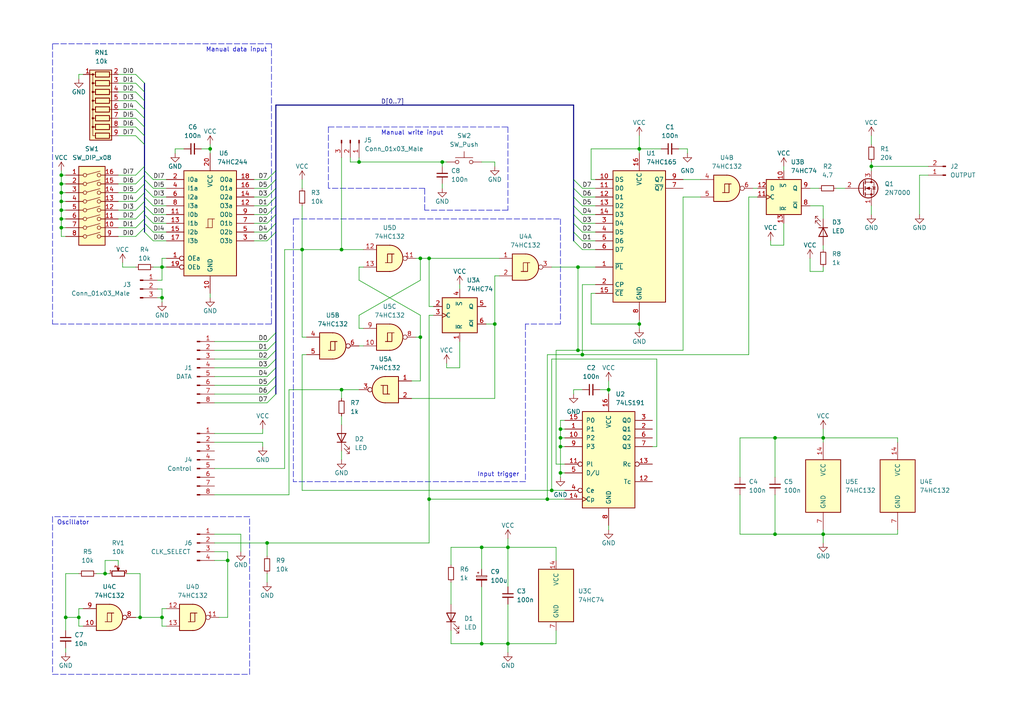
<source format=kicad_sch>
(kicad_sch (version 20211123) (generator eeschema)
  (paper "A4")
  (lib_symbols
    (symbol "74xx:74LS00" (pin_names (offset 1.016))
      (property "Reference" "U" (at 0 1.27 0))
      (property "Value" "74LS00" (at 0 -1.27 0))
      (symbol "74LS00_1_1"
        (pin input line (at -7.62 2.54 0) (length 3.81) (name "~") (number "1"))
        (pin input line (at -7.62 -2.54 0) (length 3.81) (name "~") (number "2"))
        (pin output inverted (at 7.62 0 180) (length 3.81) (name "~") (number "3"))
      )
      (symbol "74LS00_1_2"
        (pin input inverted (at -7.62 2.54 0) (length 4.318) (name "~") (number "1"))
        (pin input inverted (at -7.62 -2.54 0) (length 4.318) (name "~") (number "2"))
        (pin output line (at 7.62 0 180) (length 3.81) (name "~") (number "3"))
      )
      (symbol "74LS00_2_1"
        (pin input line (at -7.62 2.54 0) (length 3.81) (name "~") (number "4"))
        (pin input line (at -7.62 -2.54 0) (length 3.81) (name "~") (number "5"))
        (pin output inverted (at 7.62 0 180) (length 3.81) (name "~") (number "6"))
      )
      (symbol "74LS00_2_2"
        (pin input inverted (at -7.62 2.54 0) (length 4.318) (name "~") (number "4"))
        (pin input inverted (at -7.62 -2.54 0) (length 4.318) (name "~") (number "5"))
        (pin output line (at 7.62 0 180) (length 3.81) (name "~") (number "6"))
      )
      (symbol "74LS00_3_1"
        (pin input line (at -7.62 -2.54 0) (length 3.81) (name "~") (number "10"))
        (pin output inverted (at 7.62 0 180) (length 3.81) (name "~") (number "8"))
        (pin input line (at -7.62 2.54 0) (length 3.81) (name "~") (number "9"))
      )
      (symbol "74LS00_3_2"
        (pin input inverted (at -7.62 -2.54 0) (length 4.318) (name "~") (number "10"))
        (pin output line (at 7.62 0 180) (length 3.81) (name "~") (number "8"))
        (pin input inverted (at -7.62 2.54 0) (length 4.318) (name "~") (number "9"))
      )
      (symbol "74LS00_4_1"
        (pin output inverted (at 7.62 0 180) (length 3.81) (name "~") (number "11"))
        (pin input line (at -7.62 2.54 0) (length 3.81) (name "~") (number "12"))
        (pin input line (at -7.62 -2.54 0) (length 3.81) (name "~") (number "13"))
      )
      (symbol "74LS00_4_2"
        (pin output line (at 7.62 0 180) (length 3.81) (name "~") (number "11"))
        (pin input inverted (at -7.62 2.54 0) (length 4.318) (name "~") (number "12"))
        (pin input inverted (at -7.62 -2.54 0) (length 4.318) (name "~") (number "13"))
      )
      (symbol "74LS00_5_0"
        (pin power_in line (at 0 12.7 270) (length 5.08) (name "VCC") (number "14"))
        (pin power_in line (at 0 -12.7 90) (length 5.08) (name "GND") (number "7"))
      )
    )
    (symbol "74xx:74LS132" (pin_names (offset 1.016))
      (property "Reference" "U" (at 0 1.27 0))
      (property "Value" "74LS132" (at 0 -1.27 0))
      (symbol "74LS132_1_1"
        (pin input line (at -7.62 2.54 0) (length 3.81) (name "~") (number "1"))
        (pin input line (at -7.62 -2.54 0) (length 3.81) (name "~") (number "2"))
        (pin output inverted (at 7.62 0 180) (length 3.81) (name "~") (number "3"))
      )
      (symbol "74LS132_1_2"
        (pin input inverted (at -7.62 2.54 0) (length 4.318) (name "~") (number "1"))
        (pin input inverted (at -7.62 -2.54 0) (length 4.318) (name "~") (number "2"))
        (pin output line (at 7.62 0 180) (length 3.81) (name "~") (number "3"))
      )
      (symbol "74LS132_2_1"
        (pin input line (at -7.62 2.54 0) (length 3.81) (name "~") (number "4"))
        (pin input line (at -7.62 -2.54 0) (length 3.81) (name "~") (number "5"))
        (pin output inverted (at 7.62 0 180) (length 3.81) (name "~") (number "6"))
      )
      (symbol "74LS132_2_2"
        (pin input inverted (at -7.62 2.54 0) (length 4.318) (name "~") (number "4"))
        (pin input inverted (at -7.62 -2.54 0) (length 4.318) (name "~") (number "5"))
        (pin output line (at 7.62 0 180) (length 3.81) (name "~") (number "6"))
      )
      (symbol "74LS132_3_1"
        (pin input line (at -7.62 -2.54 0) (length 3.81) (name "~") (number "10"))
        (pin output inverted (at 7.62 0 180) (length 3.81) (name "~") (number "8"))
        (pin input line (at -7.62 2.54 0) (length 3.81) (name "~") (number "9"))
      )
      (symbol "74LS132_3_2"
        (pin input inverted (at -7.62 -2.54 0) (length 4.318) (name "~") (number "10"))
        (pin output line (at 7.62 0 180) (length 3.81) (name "~") (number "8"))
        (pin input inverted (at -7.62 2.54 0) (length 4.318) (name "~") (number "9"))
      )
      (symbol "74LS132_4_1"
        (pin output inverted (at 7.62 0 180) (length 3.81) (name "~") (number "11"))
        (pin input line (at -7.62 2.54 0) (length 3.81) (name "~") (number "12"))
        (pin input line (at -7.62 -2.54 0) (length 3.81) (name "~") (number "13"))
      )
      (symbol "74LS132_4_2"
        (pin output line (at 7.62 0 180) (length 3.81) (name "~") (number "11"))
        (pin input inverted (at -7.62 2.54 0) (length 4.318) (name "~") (number "12"))
        (pin input inverted (at -7.62 -2.54 0) (length 4.318) (name "~") (number "13"))
      )
      (symbol "74LS132_5_0"
        (pin power_in line (at 0 12.7 270) (length 5.08) (name "VCC") (number "14"))
        (pin power_in line (at 0 -12.7 90) (length 5.08) (name "GND") (number "7"))
      )
    )
    (symbol "74xx:74LS165"
      (property "Reference" "U" (at -7.62 19.05 0))
      (property "Value" "74LS165" (at -7.62 -21.59 0))
      (symbol "74LS165_1_0"
        (pin input line (at -12.7 -10.16 0) (length 5.08) (name "~{PL}") (number "1"))
        (pin input line (at -12.7 15.24 0) (length 5.08) (name "DS") (number "10"))
        (pin input line (at -12.7 12.7 0) (length 5.08) (name "D0") (number "11"))
        (pin input line (at -12.7 10.16 0) (length 5.08) (name "D1") (number "12"))
        (pin input line (at -12.7 7.62 0) (length 5.08) (name "D2") (number "13"))
        (pin input line (at -12.7 5.08 0) (length 5.08) (name "D3") (number "14"))
        (pin input line (at -12.7 -17.78 0) (length 5.08) (name "~{CE}") (number "15"))
        (pin power_in line (at 0 22.86 270) (length 5.08) (name "VCC") (number "16"))
        (pin input line (at -12.7 -15.24 0) (length 5.08) (name "CP") (number "2"))
        (pin input line (at -12.7 2.54 0) (length 5.08) (name "D4") (number "3"))
        (pin input line (at -12.7 0 0) (length 5.08) (name "D5") (number "4"))
        (pin input line (at -12.7 -2.54 0) (length 5.08) (name "D6") (number "5"))
        (pin input line (at -12.7 -5.08 0) (length 5.08) (name "D7") (number "6"))
        (pin output line (at 12.7 12.7 180) (length 5.08) (name "~{Q7}") (number "7"))
        (pin power_in line (at 0 -25.4 90) (length 5.08) (name "GND") (number "8"))
        (pin output line (at 12.7 15.24 180) (length 5.08) (name "Q7") (number "9"))
      )
    )
    (symbol "74xx:74LS191" (pin_names (offset 1.016))
      (property "Reference" "U" (at -7.62 13.97 0))
      (property "Value" "74LS191" (at -7.62 -16.51 0))
      (symbol "74LS191_1_0"
        (pin input line (at -12.7 7.62 0) (length 5.08) (name "P1") (number "1"))
        (pin input line (at -12.7 5.08 0) (length 5.08) (name "P2") (number "10"))
        (pin input inverted (at -12.7 -2.54 0) (length 5.08) (name "Pl") (number "11"))
        (pin output line (at 12.7 -7.62 180) (length 5.08) (name "Tc") (number "12"))
        (pin output inverted (at 12.7 -2.54 180) (length 5.08) (name "Rc") (number "13"))
        (pin input clock (at -12.7 -12.7 0) (length 5.08) (name "Cp") (number "14"))
        (pin input line (at -12.7 10.16 0) (length 5.08) (name "P0") (number "15"))
        (pin power_in line (at 0 17.78 270) (length 5.08) (name "VCC") (number "16"))
        (pin output line (at 12.7 7.62 180) (length 5.08) (name "Q1") (number "2"))
        (pin output line (at 12.7 10.16 180) (length 5.08) (name "Q0") (number "3"))
        (pin input inverted (at -12.7 -10.16 0) (length 5.08) (name "Ce") (number "4"))
        (pin input line (at -12.7 -5.08 0) (length 5.08) (name "D/U") (number "5"))
        (pin output line (at 12.7 5.08 180) (length 5.08) (name "Q2") (number "6"))
        (pin output line (at 12.7 2.54 180) (length 5.08) (name "Q3") (number "7"))
        (pin power_in line (at 0 -20.32 90) (length 5.08) (name "GND") (number "8"))
        (pin input line (at -12.7 2.54 0) (length 5.08) (name "P3") (number "9"))
      )
    )
    (symbol "74xx:74LS244" (pin_names (offset 1.016))
      (property "Reference" "U" (at -7.62 16.51 0))
      (property "Value" "74LS244" (at -7.62 -16.51 0))
      (symbol "74LS244_1_0"
        (pin input inverted (at -12.7 -10.16 0) (length 5.08) (name "OEa") (number "1"))
        (pin power_in line (at 0 -20.32 90) (length 5.08) (name "GND") (number "10"))
        (pin input line (at -12.7 2.54 0) (length 5.08) (name "I0b") (number "11"))
        (pin tri_state line (at 12.7 5.08 180) (length 5.08) (name "O3a") (number "12"))
        (pin input line (at -12.7 0 0) (length 5.08) (name "I1b") (number "13"))
        (pin tri_state line (at 12.7 7.62 180) (length 5.08) (name "O2a") (number "14"))
        (pin input line (at -12.7 -2.54 0) (length 5.08) (name "I2b") (number "15"))
        (pin tri_state line (at 12.7 10.16 180) (length 5.08) (name "O1a") (number "16"))
        (pin input line (at -12.7 -5.08 0) (length 5.08) (name "I3b") (number "17"))
        (pin tri_state line (at 12.7 12.7 180) (length 5.08) (name "O0a") (number "18"))
        (pin input inverted (at -12.7 -12.7 0) (length 5.08) (name "OEb") (number "19"))
        (pin input line (at -12.7 12.7 0) (length 5.08) (name "I0a") (number "2"))
        (pin power_in line (at 0 20.32 270) (length 5.08) (name "VCC") (number "20"))
        (pin tri_state line (at 12.7 -5.08 180) (length 5.08) (name "O3b") (number "3"))
        (pin input line (at -12.7 10.16 0) (length 5.08) (name "I1a") (number "4"))
        (pin tri_state line (at 12.7 -2.54 180) (length 5.08) (name "O2b") (number "5"))
        (pin input line (at -12.7 7.62 0) (length 5.08) (name "I2a") (number "6"))
        (pin tri_state line (at 12.7 0 180) (length 5.08) (name "O1b") (number "7"))
        (pin input line (at -12.7 5.08 0) (length 5.08) (name "I3a") (number "8"))
        (pin tri_state line (at 12.7 2.54 180) (length 5.08) (name "O0b") (number "9"))
      )
    )
    (symbol "74xx:74LS74" (pin_names (offset 1.016))
      (property "Reference" "U" (at -7.62 8.89 0))
      (property "Value" "74LS74" (at -7.62 -8.89 0))
      (symbol "74LS74_1_0"
        (pin input line (at 0 -7.62 90) (length 2.54) (name "~{R}") (number "1"))
        (pin input line (at -7.62 2.54 0) (length 2.54) (name "D") (number "2"))
        (pin input clock (at -7.62 0 0) (length 2.54) (name "C") (number "3"))
        (pin input line (at 0 7.62 270) (length 2.54) (name "~{S}") (number "4"))
        (pin output line (at 7.62 2.54 180) (length 2.54) (name "Q") (number "5"))
        (pin output line (at 7.62 -2.54 180) (length 2.54) (name "~{Q}") (number "6"))
      )
      (symbol "74LS74_2_0"
        (pin input line (at 0 7.62 270) (length 2.54) (name "~{S}") (number "10"))
        (pin input clock (at -7.62 0 0) (length 2.54) (name "C") (number "11"))
        (pin input line (at -7.62 2.54 0) (length 2.54) (name "D") (number "12"))
        (pin input line (at 0 -7.62 90) (length 2.54) (name "~{R}") (number "13"))
        (pin output line (at 7.62 -2.54 180) (length 2.54) (name "~{Q}") (number "8"))
        (pin output line (at 7.62 2.54 180) (length 2.54) (name "Q") (number "9"))
      )
      (symbol "74LS74_3_0"
        (pin power_in line (at 0 10.16 270) (length 2.54) (name "VCC") (number "14"))
        (pin power_in line (at 0 -10.16 90) (length 2.54) (name "GND") (number "7"))
      )
    )
    (symbol "Connector:Conn_01x02_Male" (pin_names (offset 1.016) hide)
      (property "Reference" "J" (at 0 2.54 0))
      (property "Value" "Conn_01x02_Male" (at 0 -5.08 0))
      (symbol "Conn_01x02_Male_1_1"
        (pin passive line (at 5.08 0 180) (length 3.81) (name "Pin_1") (number "1"))
        (pin passive line (at 5.08 -2.54 180) (length 3.81) (name "Pin_2") (number "2"))
      )
    )
    (symbol "Connector:Conn_01x03_Male" (pin_names (offset 1.016) hide)
      (property "Reference" "J" (at 0 5.08 0))
      (property "Value" "Conn_01x03_Male" (at 0 -5.08 0))
      (symbol "Conn_01x03_Male_1_1"
        (pin passive line (at 5.08 2.54 180) (length 3.81) (name "Pin_1") (number "1"))
        (pin passive line (at 5.08 0 180) (length 3.81) (name "Pin_2") (number "2"))
        (pin passive line (at 5.08 -2.54 180) (length 3.81) (name "Pin_3") (number "3"))
      )
    )
    (symbol "Connector:Conn_01x04_Male" (pin_names (offset 1.016) hide)
      (property "Reference" "J" (at 0 5.08 0))
      (property "Value" "Conn_01x04_Male" (at 0 -7.62 0))
      (symbol "Conn_01x04_Male_1_1"
        (pin passive line (at 5.08 2.54 180) (length 3.81) (name "Pin_1") (number "1"))
        (pin passive line (at 5.08 0 180) (length 3.81) (name "Pin_2") (number "2"))
        (pin passive line (at 5.08 -2.54 180) (length 3.81) (name "Pin_3") (number "3"))
        (pin passive line (at 5.08 -5.08 180) (length 3.81) (name "Pin_4") (number "4"))
      )
    )
    (symbol "Connector:Conn_01x08_Male" (pin_names (offset 1.016) hide)
      (property "Reference" "J" (at 0 10.16 0))
      (property "Value" "Conn_01x08_Male" (at 0 -12.7 0))
      (symbol "Conn_01x08_Male_1_1"
        (pin passive line (at 5.08 7.62 180) (length 3.81) (name "Pin_1") (number "1"))
        (pin passive line (at 5.08 5.08 180) (length 3.81) (name "Pin_2") (number "2"))
        (pin passive line (at 5.08 2.54 180) (length 3.81) (name "Pin_3") (number "3"))
        (pin passive line (at 5.08 0 180) (length 3.81) (name "Pin_4") (number "4"))
        (pin passive line (at 5.08 -2.54 180) (length 3.81) (name "Pin_5") (number "5"))
        (pin passive line (at 5.08 -5.08 180) (length 3.81) (name "Pin_6") (number "6"))
        (pin passive line (at 5.08 -7.62 180) (length 3.81) (name "Pin_7") (number "7"))
        (pin passive line (at 5.08 -10.16 180) (length 3.81) (name "Pin_8") (number "8"))
      )
    )
    (symbol "Device:C_Polarized_Small" (pin_numbers hide) (pin_names (offset 0.254) hide)
      (property "Reference" "C" (at 0.254 1.778 0))
      (property "Value" "C_Polarized_Small" (at 0.254 -2.032 0))
      (symbol "C_Polarized_Small_1_1"
        (pin passive line (at 0 2.54 270) (length 1.8542) (name "~") (number "1"))
        (pin passive line (at 0 -2.54 90) (length 1.8542) (name "~") (number "2"))
      )
    )
    (symbol "Device:C_Small" (pin_numbers hide) (pin_names (offset 0.254) hide)
      (property "Reference" "C" (at 0.254 1.778 0))
      (property "Value" "C_Small" (at 0.254 -2.032 0))
      (symbol "C_Small_1_1"
        (pin passive line (at 0 2.54 270) (length 2.032) (name "~") (number "1"))
        (pin passive line (at 0 -2.54 90) (length 2.032) (name "~") (number "2"))
      )
    )
    (symbol "Device:LED" (pin_numbers hide) (pin_names (offset 1.016) hide)
      (property "Reference" "D" (at 0 2.54 0))
      (property "Value" "LED" (at 0 -2.54 0))
      (symbol "LED_1_1"
        (pin passive line (at -3.81 0 0) (length 2.54) (name "K") (number "1"))
        (pin passive line (at 3.81 0 180) (length 2.54) (name "A") (number "2"))
      )
    )
    (symbol "Device:R_Network08" (pin_names (offset 0) hide)
      (property "Reference" "RN" (at -12.7 0 90))
      (property "Value" "R_Network08" (at 10.16 0 90))
      (symbol "R_Network08_1_1"
        (pin passive line (at -10.16 5.08 270) (length 2.54) (name "common") (number "1"))
        (pin passive line (at -10.16 -5.08 90) (length 1.27) (name "R1") (number "2"))
        (pin passive line (at -7.62 -5.08 90) (length 1.27) (name "R2") (number "3"))
        (pin passive line (at -5.08 -5.08 90) (length 1.27) (name "R3") (number "4"))
        (pin passive line (at -2.54 -5.08 90) (length 1.27) (name "R4") (number "5"))
        (pin passive line (at 0 -5.08 90) (length 1.27) (name "R5") (number "6"))
        (pin passive line (at 2.54 -5.08 90) (length 1.27) (name "R6") (number "7"))
        (pin passive line (at 5.08 -5.08 90) (length 1.27) (name "R7") (number "8"))
        (pin passive line (at 7.62 -5.08 90) (length 1.27) (name "R8") (number "9"))
      )
    )
    (symbol "Device:R_Potentiometer_Small" (pin_names (offset 1.016) hide)
      (property "Reference" "RV" (at -4.445 0 90))
      (property "Value" "R_Potentiometer_Small" (at -2.54 0 90))
      (symbol "R_Potentiometer_Small_1_1"
        (pin passive line (at 0 2.54 270) (length 0.635) (name "1") (number "1"))
        (pin passive line (at 2.54 0 180) (length 0.9906) (name "2") (number "2"))
        (pin passive line (at 0 -2.54 90) (length 0.635) (name "3") (number "3"))
      )
    )
    (symbol "Device:R_Small" (pin_numbers hide) (pin_names (offset 0.254) hide)
      (property "Reference" "R" (at 0.762 0.508 0))
      (property "Value" "R_Small" (at 0.762 -1.016 0))
      (symbol "R_Small_1_1"
        (pin passive line (at 0 2.54 270) (length 0.762) (name "~") (number "1"))
        (pin passive line (at 0 -2.54 90) (length 0.762) (name "~") (number "2"))
      )
    )
    (symbol "Switch:SW_DIP_x08" (pin_names (offset 0) hide)
      (property "Reference" "SW" (at 0 13.97 0))
      (property "Value" "SW_DIP_x08" (at 0 -11.43 0))
      (symbol "SW_DIP_x08_1_1"
        (pin passive line (at -7.62 10.16 0) (length 5.08) (name "~") (number "1"))
        (pin passive line (at 7.62 -5.08 180) (length 5.08) (name "~") (number "10"))
        (pin passive line (at 7.62 -2.54 180) (length 5.08) (name "~") (number "11"))
        (pin passive line (at 7.62 0 180) (length 5.08) (name "~") (number "12"))
        (pin passive line (at 7.62 2.54 180) (length 5.08) (name "~") (number "13"))
        (pin passive line (at 7.62 5.08 180) (length 5.08) (name "~") (number "14"))
        (pin passive line (at 7.62 7.62 180) (length 5.08) (name "~") (number "15"))
        (pin passive line (at 7.62 10.16 180) (length 5.08) (name "~") (number "16"))
        (pin passive line (at -7.62 7.62 0) (length 5.08) (name "~") (number "2"))
        (pin passive line (at -7.62 5.08 0) (length 5.08) (name "~") (number "3"))
        (pin passive line (at -7.62 2.54 0) (length 5.08) (name "~") (number "4"))
        (pin passive line (at -7.62 0 0) (length 5.08) (name "~") (number "5"))
        (pin passive line (at -7.62 -2.54 0) (length 5.08) (name "~") (number "6"))
        (pin passive line (at -7.62 -5.08 0) (length 5.08) (name "~") (number "7"))
        (pin passive line (at -7.62 -7.62 0) (length 5.08) (name "~") (number "8"))
        (pin passive line (at 7.62 -7.62 180) (length 5.08) (name "~") (number "9"))
      )
    )
    (symbol "Switch:SW_Push" (pin_numbers hide) (pin_names (offset 1.016) hide)
      (property "Reference" "SW" (at 1.27 2.54 0))
      (property "Value" "SW_Push" (at 0 -1.524 0))
      (symbol "SW_Push_0_1"
        (pin passive line (at -5.08 0 0) (length 2.54) (name "1") (number "1"))
        (pin passive line (at 5.08 0 180) (length 2.54) (name "2") (number "2"))
      )
    )
    (symbol "Transistor_FET:2N7000" (pin_names hide)
      (property "Reference" "Q" (at 5.08 1.905 0))
      (property "Value" "2N7000" (at 5.08 0 0))
      (symbol "2N7000_1_1"
        (pin passive line (at 2.54 -5.08 90) (length 2.54) (name "S") (number "1"))
        (pin input line (at -5.08 0 0) (length 2.54) (name "G") (number "2"))
        (pin passive line (at 2.54 5.08 270) (length 2.54) (name "D") (number "3"))
      )
    )
    (symbol "power:GND" (power) (pin_names (offset 0))
      (property "Value" "GND" (at 0 -3.81 0))
      (symbol "GND_1_1"
        (pin power_in line (at 0 0 270) (length 0) hide (name "GND") (number "1"))
      )
    )
    (symbol "power:VCC" (power) (pin_names (offset 0))
      (property "Value" "VCC" (at 0 3.81 0))
      (symbol "VCC_1_1"
        (pin power_in line (at 0 0 90) (length 0) hide (name "VCC") (number "1"))
      )
    )
  )
  (junction (at 46.99 86.36))
  (junction (at 238.76 127))
  (junction (at 60.96 43.18))
  (junction (at 124.46 74.93))
  (junction (at 162.56 129.54))
  (junction (at 99.06 72.39))
  (junction (at 185.42 93.98))
  (junction (at 158.75 144.78))
  (junction (at 176.53 113.03))
  (junction (at 224.79 127))
  (junction (at 143.51 93.98))
  (junction (at 46.99 77.47))
  (junction (at 66.04 162.56))
  (junction (at 46.99 179.07))
  (junction (at 121.92 74.93))
  (junction (at 167.64 101.6))
  (junction (at 162.56 137.16))
  (junction (at 252.73 48.26))
  (junction (at 224.79 154.94))
  (junction (at 19.05 179.07))
  (junction (at 124.46 144.78))
  (junction (at 17.78 66.04))
  (junction (at 17.78 53.34))
  (junction (at 167.64 77.47))
  (junction (at 121.92 97.79))
  (junction (at 17.78 50.8))
  (junction (at 30.48 166.37))
  (junction (at 17.78 63.5))
  (junction (at 40.64 179.07))
  (junction (at 147.32 186.69))
  (junction (at 77.47 157.48))
  (junction (at 104.14 46.99))
  (junction (at 139.7 158.75))
  (junction (at 128.27 46.99))
  (junction (at 185.42 43.18))
  (junction (at 87.63 72.39))
  (junction (at 139.7 186.69))
  (junction (at 162.56 127))
  (junction (at 17.78 58.42))
  (junction (at 17.78 60.96))
  (junction (at 147.32 158.75))
  (junction (at 99.06 113.03))
  (junction (at 238.76 154.94))
  (junction (at 168.91 102.87))
  (junction (at 22.86 179.07))
  (junction (at 162.56 124.46))
  (junction (at 17.78 55.88))
  (junction (at 160.02 142.24))
  (bus_entry (at 80.01 59.69) (size -2.54 2.54))
  (bus_entry (at 41.91 50.8) (size -2.54 2.54))
  (bus_entry (at 41.91 48.26) (size -2.54 2.54))
  (bus_entry (at 41.91 55.88) (size -2.54 2.54))
  (bus_entry (at 41.91 53.34) (size -2.54 2.54))
  (bus_entry (at 41.91 58.42) (size -2.54 2.54))
  (bus_entry (at 41.91 66.04) (size -2.54 2.54))
  (bus_entry (at 41.91 63.5) (size -2.54 2.54))
  (bus_entry (at 41.91 60.96) (size -2.54 2.54))
  (bus_entry (at 80.01 64.77) (size -2.54 2.54))
  (bus_entry (at 80.01 62.23) (size -2.54 2.54))
  (bus_entry (at 80.01 52.07) (size -2.54 2.54))
  (bus_entry (at 80.01 54.61) (size -2.54 2.54))
  (bus_entry (at 80.01 57.15) (size -2.54 2.54))
  (bus_entry (at 80.01 49.53) (size -2.54 2.54))
  (bus_entry (at 80.01 67.31) (size -2.54 2.54))
  (bus_entry (at 166.37 64.77) (size 2.54 2.54))
  (bus_entry (at 166.37 69.85) (size 2.54 2.54))
  (bus_entry (at 166.37 62.23) (size 2.54 2.54))
  (bus_entry (at 166.37 59.69) (size 2.54 2.54))
  (bus_entry (at 166.37 57.15) (size 2.54 2.54))
  (bus_entry (at 166.37 54.61) (size 2.54 2.54))
  (bus_entry (at 166.37 52.07) (size 2.54 2.54))
  (bus_entry (at 166.37 67.31) (size 2.54 2.54))
  (bus_entry (at 41.91 26.67) (size -2.54 -2.54))
  (bus_entry (at 41.91 24.13) (size -2.54 -2.54))
  (bus_entry (at 41.91 29.21) (size -2.54 -2.54))
  (bus_entry (at 41.91 36.83) (size -2.54 -2.54))
  (bus_entry (at 41.91 34.29) (size -2.54 -2.54))
  (bus_entry (at 41.91 31.75) (size -2.54 -2.54))
  (bus_entry (at 41.91 41.91) (size -2.54 -2.54))
  (bus_entry (at 41.91 39.37) (size -2.54 -2.54))
  (bus_entry (at 80.01 99.06) (size -2.54 2.54))
  (bus_entry (at 80.01 104.14) (size -2.54 2.54))
  (bus_entry (at 80.01 96.52) (size -2.54 2.54))
  (bus_entry (at 80.01 101.6) (size -2.54 2.54))
  (bus_entry (at 80.01 106.68) (size -2.54 2.54))
  (bus_entry (at 80.01 109.22) (size -2.54 2.54))
  (bus_entry (at 80.01 114.3) (size -2.54 2.54))
  (bus_entry (at 80.01 111.76) (size -2.54 2.54))
  (bus_entry (at 41.91 49.53) (size 2.54 2.54))
  (bus_entry (at 41.91 52.07) (size 2.54 2.54))
  (bus_entry (at 41.91 54.61) (size 2.54 2.54))
  (bus_entry (at 41.91 57.15) (size 2.54 2.54))
  (bus_entry (at 41.91 62.23) (size 2.54 2.54))
  (bus_entry (at 41.91 67.31) (size 2.54 2.54))
  (bus_entry (at 41.91 64.77) (size 2.54 2.54))
  (bus_entry (at 41.91 59.69) (size 2.54 2.54))
  (wire (pts (xy 22.86 179.07) (xy 19.05 179.07)))
  (wire (pts (xy 62.23 162.56) (xy 66.04 162.56)))
  (wire (pts (xy 22.86 166.37) (xy 19.05 166.37)))
  (wire (pts (xy 168.91 69.85) (xy 172.72 69.85)))
  (wire (pts (xy 19.05 179.07) (xy 19.05 182.88)))
  (wire (pts (xy 139.7 170.18) (xy 139.7 186.69)))
  (wire (pts (xy 62.23 106.68) (xy 77.47 106.68)))
  (wire (pts (xy 147.32 158.75) (xy 161.29 158.75)))
  (wire (pts (xy 104.14 45.72) (xy 104.14 46.99)))
  (polyline (pts (xy 95.25 36.83) (xy 95.25 54.61)))
  (wire (pts (xy 73.66 59.69) (xy 77.47 59.69)))
  (wire (pts (xy 17.78 55.88) (xy 19.05 55.88)))
  (wire (pts (xy 224.79 127) (xy 214.63 127)))
  (polyline (pts (xy 15.24 93.98) (xy 78.74 93.98)))
  (wire (pts (xy 124.46 144.78) (xy 124.46 157.48)))
  (wire (pts (xy 50.8 43.18) (xy 50.8 44.45)))
  (wire (pts (xy 130.81 158.75) (xy 139.7 158.75)))
  (wire (pts (xy 87.63 59.69) (xy 87.63 72.39)))
  (wire (pts (xy 44.45 52.07) (xy 48.26 52.07)))
  (bus (pts (xy 80.01 64.77) (xy 80.01 67.31)))
  (polyline (pts (xy 15.24 12.7) (xy 15.24 93.98)))
  (wire (pts (xy 19.05 187.96) (xy 19.05 189.23)))
  (wire (pts (xy 34.29 50.8) (xy 39.37 50.8)))
  (bus (pts (xy 41.91 55.88) (xy 41.91 57.15)))
  (wire (pts (xy 17.78 63.5) (xy 17.78 66.04)))
  (wire (pts (xy 34.29 55.88) (xy 39.37 55.88)))
  (wire (pts (xy 40.64 179.07) (xy 46.99 179.07)))
  (bus (pts (xy 166.37 30.48) (xy 80.01 30.48)))
  (bus (pts (xy 41.91 62.23) (xy 41.91 63.5)))
  (wire (pts (xy 19.05 166.37) (xy 19.05 179.07)))
  (wire (pts (xy 252.73 46.99) (xy 252.73 48.26)))
  (wire (pts (xy 99.06 45.72) (xy 99.06 72.39)))
  (wire (pts (xy 260.35 154.94) (xy 260.35 153.67)))
  (bus (pts (xy 166.37 59.69) (xy 166.37 57.15)))
  (bus (pts (xy 41.91 26.67) (xy 41.91 29.21)))
  (wire (pts (xy 46.99 181.61) (xy 48.26 181.61)))
  (wire (pts (xy 53.34 43.18) (xy 50.8 43.18)))
  (wire (pts (xy 104.14 95.25) (xy 105.41 95.25)))
  (wire (pts (xy 167.64 77.47) (xy 172.72 77.47)))
  (bus (pts (xy 41.91 58.42) (xy 41.91 59.69)))
  (bus (pts (xy 80.01 67.31) (xy 80.01 96.52)))
  (bus (pts (xy 41.91 29.21) (xy 41.91 31.75)))
  (wire (pts (xy 66.04 160.02) (xy 66.04 162.56)))
  (wire (pts (xy 58.42 43.18) (xy 60.96 43.18)))
  (wire (pts (xy 87.63 102.87) (xy 87.63 142.24)))
  (wire (pts (xy 44.45 62.23) (xy 48.26 62.23)))
  (wire (pts (xy 227.33 71.12) (xy 223.52 71.12)))
  (bus (pts (xy 166.37 57.15) (xy 166.37 54.61)))
  (wire (pts (xy 34.29 53.34) (xy 39.37 53.34)))
  (wire (pts (xy 166.37 113.03) (xy 168.91 113.03)))
  (bus (pts (xy 41.91 54.61) (xy 41.91 55.88)))
  (bus (pts (xy 41.91 36.83) (xy 41.91 39.37)))
  (wire (pts (xy 44.45 77.47) (xy 46.99 77.47)))
  (wire (pts (xy 133.35 99.06) (xy 133.35 106.68)))
  (wire (pts (xy 34.29 34.29) (xy 39.37 34.29)))
  (wire (pts (xy 62.23 114.3) (xy 77.47 114.3)))
  (wire (pts (xy 17.78 63.5) (xy 19.05 63.5)))
  (wire (pts (xy 147.32 186.69) (xy 161.29 186.69)))
  (wire (pts (xy 214.63 127) (xy 214.63 138.43)))
  (wire (pts (xy 158.75 144.78) (xy 124.46 144.78)))
  (wire (pts (xy 44.45 67.31) (xy 48.26 67.31)))
  (wire (pts (xy 128.27 53.34) (xy 128.27 54.61)))
  (bus (pts (xy 166.37 69.85) (xy 166.37 67.31)))
  (wire (pts (xy 238.76 154.94) (xy 260.35 154.94)))
  (wire (pts (xy 176.53 152.4) (xy 176.53 153.67)))
  (bus (pts (xy 41.91 39.37) (xy 41.91 41.91)))
  (wire (pts (xy 234.95 54.61) (xy 237.49 54.61)))
  (wire (pts (xy 17.78 60.96) (xy 17.78 63.5)))
  (wire (pts (xy 46.99 179.07) (xy 46.99 181.61)))
  (wire (pts (xy 46.99 87.63) (xy 46.99 86.36)))
  (wire (pts (xy 214.63 154.94) (xy 224.79 154.94)))
  (wire (pts (xy 83.82 113.03) (xy 83.82 143.51)))
  (wire (pts (xy 133.35 82.55) (xy 133.35 83.82)))
  (wire (pts (xy 69.85 160.02) (xy 69.85 154.94)))
  (wire (pts (xy 130.81 182.88) (xy 130.81 186.69)))
  (polyline (pts (xy 123.19 60.96) (xy 123.19 54.61)))
  (wire (pts (xy 34.29 63.5) (xy 39.37 63.5)))
  (wire (pts (xy 130.81 168.91) (xy 130.81 175.26)))
  (wire (pts (xy 17.78 58.42) (xy 19.05 58.42)))
  (wire (pts (xy 203.2 57.15) (xy 198.12 57.15)))
  (wire (pts (xy 162.56 121.92) (xy 162.56 124.46)))
  (bus (pts (xy 166.37 54.61) (xy 166.37 52.07)))
  (wire (pts (xy 185.42 43.18) (xy 191.77 43.18)))
  (wire (pts (xy 224.79 154.94) (xy 238.76 154.94)))
  (wire (pts (xy 34.29 31.75) (xy 39.37 31.75)))
  (wire (pts (xy 238.76 153.67) (xy 238.76 154.94)))
  (polyline (pts (xy 123.19 54.61) (xy 95.25 54.61)))
  (wire (pts (xy 24.13 21.59) (xy 22.86 21.59)))
  (wire (pts (xy 73.66 52.07) (xy 77.47 52.07)))
  (wire (pts (xy 62.23 160.02) (xy 66.04 160.02)))
  (polyline (pts (xy 72.39 149.86) (xy 15.24 149.86)))
  (wire (pts (xy 44.45 59.69) (xy 48.26 59.69)))
  (wire (pts (xy 35.56 76.2) (xy 35.56 77.47)))
  (wire (pts (xy 87.63 102.87) (xy 88.9 102.87)))
  (bus (pts (xy 166.37 64.77) (xy 166.37 62.23)))
  (wire (pts (xy 104.14 81.28) (xy 121.92 91.44)))
  (wire (pts (xy 34.29 29.21) (xy 39.37 29.21)))
  (wire (pts (xy 46.99 83.82) (xy 45.72 83.82)))
  (wire (pts (xy 27.94 166.37) (xy 30.48 166.37)))
  (wire (pts (xy 128.27 46.99) (xy 129.54 46.99)))
  (wire (pts (xy 166.37 114.3) (xy 166.37 113.03)))
  (wire (pts (xy 46.99 86.36) (xy 46.99 83.82)))
  (wire (pts (xy 168.91 82.55) (xy 172.72 82.55)))
  (wire (pts (xy 238.76 59.69) (xy 234.95 59.69)))
  (wire (pts (xy 104.14 91.44) (xy 104.14 95.25)))
  (wire (pts (xy 121.92 74.93) (xy 124.46 74.93)))
  (wire (pts (xy 119.38 115.57) (xy 143.51 115.57)))
  (wire (pts (xy 199.39 43.18) (xy 196.85 43.18)))
  (bus (pts (xy 166.37 67.31) (xy 166.37 64.77)))
  (wire (pts (xy 73.66 54.61) (xy 77.47 54.61)))
  (wire (pts (xy 73.66 64.77) (xy 77.47 64.77)))
  (wire (pts (xy 161.29 134.62) (xy 161.29 101.6)))
  (wire (pts (xy 124.46 88.9) (xy 125.73 88.9)))
  (wire (pts (xy 162.56 129.54) (xy 162.56 137.16)))
  (wire (pts (xy 217.17 57.15) (xy 217.17 102.87)))
  (wire (pts (xy 46.99 176.53) (xy 46.99 179.07)))
  (wire (pts (xy 34.29 26.67) (xy 39.37 26.67)))
  (wire (pts (xy 121.92 74.93) (xy 121.92 81.28)))
  (wire (pts (xy 77.47 157.48) (xy 77.47 161.29)))
  (wire (pts (xy 185.42 39.37) (xy 185.42 43.18)))
  (bus (pts (xy 41.91 34.29) (xy 41.91 36.83)))
  (wire (pts (xy 46.99 176.53) (xy 48.26 176.53)))
  (wire (pts (xy 171.45 93.98) (xy 185.42 93.98)))
  (bus (pts (xy 80.01 49.53) (xy 80.01 52.07)))
  (wire (pts (xy 62.23 111.76) (xy 77.47 111.76)))
  (wire (pts (xy 238.76 124.46) (xy 238.76 127)))
  (bus (pts (xy 80.01 101.6) (xy 80.01 104.14)))
  (wire (pts (xy 139.7 158.75) (xy 139.7 165.1)))
  (wire (pts (xy 185.42 93.98) (xy 185.42 95.25)))
  (wire (pts (xy 44.45 64.77) (xy 48.26 64.77)))
  (wire (pts (xy 34.29 66.04) (xy 39.37 66.04)))
  (wire (pts (xy 99.06 113.03) (xy 104.14 113.03)))
  (wire (pts (xy 46.99 74.93) (xy 46.99 77.47)))
  (wire (pts (xy 77.47 166.37) (xy 77.47 168.91)))
  (wire (pts (xy 46.99 77.47) (xy 48.26 77.47)))
  (wire (pts (xy 217.17 57.15) (xy 219.71 57.15)))
  (wire (pts (xy 238.76 78.74) (xy 238.76 77.47)))
  (wire (pts (xy 143.51 115.57) (xy 143.51 93.98)))
  (wire (pts (xy 62.23 101.6) (xy 77.47 101.6)))
  (bus (pts (xy 41.91 66.04) (xy 41.91 67.31)))
  (wire (pts (xy 35.56 77.47) (xy 39.37 77.47)))
  (wire (pts (xy 129.54 106.68) (xy 133.35 106.68)))
  (wire (pts (xy 147.32 156.21) (xy 147.32 158.75)))
  (wire (pts (xy 99.06 130.81) (xy 99.06 133.35)))
  (wire (pts (xy 160.02 77.47) (xy 167.64 77.47)))
  (bus (pts (xy 80.01 52.07) (xy 80.01 54.61)))
  (bus (pts (xy 41.91 53.34) (xy 41.91 54.61)))
  (polyline (pts (xy 15.24 149.86) (xy 15.24 195.58)))
  (wire (pts (xy 189.23 129.54) (xy 190.5 129.54)))
  (wire (pts (xy 73.66 57.15) (xy 77.47 57.15)))
  (wire (pts (xy 168.91 59.69) (xy 172.72 59.69)))
  (wire (pts (xy 17.78 49.53) (xy 17.78 50.8)))
  (wire (pts (xy 62.23 116.84) (xy 77.47 116.84)))
  (wire (pts (xy 238.76 154.94) (xy 238.76 157.48)))
  (wire (pts (xy 34.29 60.96) (xy 39.37 60.96)))
  (wire (pts (xy 46.99 77.47) (xy 46.99 81.28)))
  (wire (pts (xy 87.63 97.79) (xy 88.9 97.79)))
  (wire (pts (xy 162.56 124.46) (xy 162.56 127)))
  (wire (pts (xy 162.56 127) (xy 163.83 127)))
  (wire (pts (xy 44.45 54.61) (xy 48.26 54.61)))
  (bus (pts (xy 41.91 24.13) (xy 41.91 26.67)))
  (wire (pts (xy 73.66 62.23) (xy 77.47 62.23)))
  (polyline (pts (xy 15.24 195.58) (xy 72.39 195.58)))
  (bus (pts (xy 41.91 60.96) (xy 41.91 62.23)))
  (wire (pts (xy 190.5 104.14) (xy 160.02 104.14)))
  (wire (pts (xy 87.63 142.24) (xy 160.02 142.24)))
  (wire (pts (xy 99.06 72.39) (xy 105.41 72.39)))
  (wire (pts (xy 171.45 43.18) (xy 185.42 43.18)))
  (wire (pts (xy 224.79 143.51) (xy 224.79 154.94)))
  (wire (pts (xy 17.78 68.58) (xy 19.05 68.58)))
  (wire (pts (xy 190.5 129.54) (xy 190.5 104.14)))
  (wire (pts (xy 162.56 129.54) (xy 162.56 127)))
  (wire (pts (xy 17.78 66.04) (xy 19.05 66.04)))
  (bus (pts (xy 41.91 48.26) (xy 41.91 49.53)))
  (wire (pts (xy 173.99 113.03) (xy 176.53 113.03)))
  (wire (pts (xy 17.78 66.04) (xy 17.78 68.58)))
  (bus (pts (xy 166.37 62.23) (xy 166.37 59.69)))
  (bus (pts (xy 80.01 59.69) (xy 80.01 62.23)))
  (bus (pts (xy 41.91 63.5) (xy 41.91 64.77)))
  (wire (pts (xy 99.06 120.65) (xy 99.06 123.19)))
  (bus (pts (xy 80.01 106.68) (xy 80.01 109.22)))
  (wire (pts (xy 214.63 143.51) (xy 214.63 154.94)))
  (wire (pts (xy 160.02 104.14) (xy 160.02 142.24)))
  (wire (pts (xy 171.45 52.07) (xy 171.45 43.18)))
  (wire (pts (xy 130.81 186.69) (xy 139.7 186.69)))
  (bus (pts (xy 80.01 109.22) (xy 80.01 111.76)))
  (wire (pts (xy 17.78 58.42) (xy 17.78 60.96)))
  (wire (pts (xy 144.78 74.93) (xy 124.46 74.93)))
  (wire (pts (xy 76.2 129.54) (xy 76.2 128.27)))
  (wire (pts (xy 238.76 127) (xy 224.79 127)))
  (wire (pts (xy 163.83 129.54) (xy 162.56 129.54)))
  (wire (pts (xy 77.47 157.48) (xy 124.46 157.48)))
  (wire (pts (xy 158.75 102.87) (xy 158.75 144.78)))
  (wire (pts (xy 223.52 71.12) (xy 223.52 69.85)))
  (wire (pts (xy 34.29 68.58) (xy 39.37 68.58)))
  (wire (pts (xy 224.79 127) (xy 224.79 138.43)))
  (wire (pts (xy 168.91 62.23) (xy 172.72 62.23)))
  (wire (pts (xy 130.81 163.83) (xy 130.81 158.75)))
  (wire (pts (xy 238.76 127) (xy 260.35 127)))
  (wire (pts (xy 168.91 57.15) (xy 172.72 57.15)))
  (wire (pts (xy 140.97 93.98) (xy 143.51 93.98)))
  (wire (pts (xy 22.86 21.59) (xy 22.86 22.86)))
  (wire (pts (xy 34.29 36.83) (xy 39.37 36.83)))
  (wire (pts (xy 168.91 64.77) (xy 172.72 64.77)))
  (wire (pts (xy 162.56 137.16) (xy 163.83 137.16)))
  (wire (pts (xy 199.39 44.45) (xy 199.39 43.18)))
  (wire (pts (xy 143.51 46.99) (xy 143.51 48.26)))
  (wire (pts (xy 124.46 91.44) (xy 124.46 144.78)))
  (wire (pts (xy 87.63 52.07) (xy 87.63 54.61)))
  (wire (pts (xy 163.83 124.46) (xy 162.56 124.46)))
  (bus (pts (xy 80.01 30.48) (xy 80.01 49.53)))
  (bus (pts (xy 41.91 57.15) (xy 41.91 58.42)))
  (wire (pts (xy 227.33 64.77) (xy 227.33 71.12)))
  (wire (pts (xy 238.76 128.27) (xy 238.76 127)))
  (wire (pts (xy 129.54 105.41) (xy 129.54 106.68)))
  (wire (pts (xy 63.5 179.07) (xy 66.04 179.07)))
  (wire (pts (xy 160.02 142.24) (xy 163.83 142.24)))
  (wire (pts (xy 163.83 121.92) (xy 162.56 121.92)))
  (wire (pts (xy 62.23 104.14) (xy 77.47 104.14)))
  (wire (pts (xy 34.29 24.13) (xy 39.37 24.13)))
  (wire (pts (xy 60.96 41.91) (xy 60.96 43.18)))
  (wire (pts (xy 168.91 54.61) (xy 172.72 54.61)))
  (wire (pts (xy 185.42 93.98) (xy 185.42 92.71)))
  (wire (pts (xy 144.78 80.01) (xy 143.51 80.01)))
  (polyline (pts (xy 78.74 12.7) (xy 15.24 12.7)))
  (wire (pts (xy 104.14 100.33) (xy 105.41 100.33)))
  (wire (pts (xy 30.48 166.37) (xy 31.75 166.37)))
  (wire (pts (xy 66.04 162.56) (xy 66.04 179.07)))
  (wire (pts (xy 62.23 157.48) (xy 77.47 157.48)))
  (wire (pts (xy 143.51 80.01) (xy 143.51 93.98)))
  (wire (pts (xy 48.26 74.93) (xy 46.99 74.93)))
  (wire (pts (xy 121.92 81.28) (xy 104.14 91.44)))
  (bus (pts (xy 166.37 52.07) (xy 166.37 30.48)))
  (wire (pts (xy 147.32 175.26) (xy 147.32 186.69)))
  (wire (pts (xy 62.23 99.06) (xy 77.47 99.06)))
  (wire (pts (xy 139.7 46.99) (xy 143.51 46.99)))
  (wire (pts (xy 62.23 135.89) (xy 82.55 135.89)))
  (wire (pts (xy 17.78 53.34) (xy 17.78 55.88)))
  (wire (pts (xy 22.86 181.61) (xy 24.13 181.61)))
  (wire (pts (xy 104.14 77.47) (xy 105.41 77.47)))
  (wire (pts (xy 87.63 97.79) (xy 87.63 72.39)))
  (wire (pts (xy 17.78 55.88) (xy 17.78 58.42)))
  (polyline (pts (xy 85.09 63.5) (xy 85.09 139.7)))
  (wire (pts (xy 34.29 21.59) (xy 39.37 21.59)))
  (wire (pts (xy 62.23 109.22) (xy 77.47 109.22)))
  (polyline (pts (xy 162.56 63.5) (xy 162.56 93.98)))
  (bus (pts (xy 80.01 62.23) (xy 80.01 64.77)))
  (wire (pts (xy 163.83 134.62) (xy 161.29 134.62)))
  (wire (pts (xy 168.91 102.87) (xy 168.91 82.55)))
  (bus (pts (xy 80.01 99.06) (xy 80.01 101.6)))
  (wire (pts (xy 158.75 102.87) (xy 168.91 102.87)))
  (wire (pts (xy 22.86 176.53) (xy 22.86 179.07)))
  (wire (pts (xy 128.27 46.99) (xy 128.27 48.26)))
  (wire (pts (xy 34.29 58.42) (xy 39.37 58.42)))
  (wire (pts (xy 22.86 176.53) (xy 24.13 176.53)))
  (wire (pts (xy 163.83 144.78) (xy 158.75 144.78)))
  (wire (pts (xy 45.72 81.28) (xy 46.99 81.28)))
  (wire (pts (xy 39.37 179.07) (xy 40.64 179.07)))
  (wire (pts (xy 45.72 86.36) (xy 46.99 86.36)))
  (polyline (pts (xy 85.09 63.5) (xy 162.56 63.5)))
  (wire (pts (xy 266.7 50.8) (xy 266.7 62.23)))
  (bus (pts (xy 80.01 54.61) (xy 80.01 57.15)))
  (wire (pts (xy 69.85 154.94) (xy 62.23 154.94)))
  (wire (pts (xy 139.7 158.75) (xy 147.32 158.75)))
  (wire (pts (xy 121.92 91.44) (xy 121.92 97.79)))
  (wire (pts (xy 167.64 101.6) (xy 198.12 101.6)))
  (wire (pts (xy 120.65 97.79) (xy 121.92 97.79)))
  (bus (pts (xy 41.91 41.91) (xy 41.91 48.26)))
  (wire (pts (xy 17.78 60.96) (xy 19.05 60.96)))
  (bus (pts (xy 80.01 104.14) (xy 80.01 106.68)))
  (wire (pts (xy 147.32 158.75) (xy 147.32 170.18)))
  (wire (pts (xy 60.96 85.09) (xy 60.96 86.36)))
  (wire (pts (xy 82.55 72.39) (xy 82.55 135.89)))
  (wire (pts (xy 101.6 46.99) (xy 104.14 46.99)))
  (bus (pts (xy 80.01 96.52) (xy 80.01 99.06)))
  (wire (pts (xy 34.29 163.83) (xy 34.29 162.56)))
  (wire (pts (xy 87.63 72.39) (xy 99.06 72.39)))
  (wire (pts (xy 44.45 69.85) (xy 48.26 69.85)))
  (polyline (pts (xy 72.39 195.58) (xy 72.39 149.86)))
  (wire (pts (xy 167.64 101.6) (xy 161.29 101.6)))
  (wire (pts (xy 124.46 74.93) (xy 124.46 88.9)))
  (wire (pts (xy 168.91 67.31) (xy 172.72 67.31)))
  (bus (pts (xy 41.91 49.53) (xy 41.91 50.8)))
  (polyline (pts (xy 78.74 93.98) (xy 78.74 12.7)))
  (wire (pts (xy 76.2 124.46) (xy 76.2 125.73)))
  (wire (pts (xy 266.7 50.8) (xy 269.24 50.8)))
  (wire (pts (xy 17.78 50.8) (xy 17.78 53.34)))
  (wire (pts (xy 234.95 74.93) (xy 234.95 78.74)))
  (wire (pts (xy 172.72 85.09) (xy 171.45 85.09)))
  (wire (pts (xy 76.2 128.27) (xy 62.23 128.27)))
  (wire (pts (xy 198.12 57.15) (xy 198.12 101.6)))
  (bus (pts (xy 41.91 50.8) (xy 41.91 52.07)))
  (wire (pts (xy 147.32 186.69) (xy 147.32 189.23)))
  (polyline (pts (xy 95.25 36.83) (xy 147.32 36.83)))
  (wire (pts (xy 17.78 53.34) (xy 19.05 53.34)))
  (wire (pts (xy 40.64 166.37) (xy 40.64 179.07)))
  (wire (pts (xy 161.29 182.88) (xy 161.29 186.69)))
  (wire (pts (xy 162.56 138.43) (xy 162.56 137.16)))
  (wire (pts (xy 252.73 59.69) (xy 252.73 62.23)))
  (polyline (pts (xy 152.4 139.7) (xy 85.09 139.7)))
  (wire (pts (xy 242.57 54.61) (xy 245.11 54.61)))
  (bus (pts (xy 41.91 31.75) (xy 41.91 34.29)))
  (wire (pts (xy 252.73 39.37) (xy 252.73 41.91)))
  (wire (pts (xy 99.06 115.57) (xy 99.06 113.03)))
  (wire (pts (xy 176.53 110.49) (xy 176.53 113.03)))
  (polyline (pts (xy 152.4 93.98) (xy 152.4 139.7)))
  (wire (pts (xy 34.29 39.37) (xy 39.37 39.37)))
  (wire (pts (xy 119.38 110.49) (xy 121.92 110.49)))
  (wire (pts (xy 260.35 127) (xy 260.35 128.27)))
  (wire (pts (xy 73.66 69.85) (xy 77.47 69.85)))
  (bus (pts (xy 80.01 57.15) (xy 80.01 59.69)))
  (wire (pts (xy 217.17 102.87) (xy 168.91 102.87)))
  (wire (pts (xy 34.29 162.56) (xy 30.48 162.56)))
  (wire (pts (xy 73.66 67.31) (xy 77.47 67.31)))
  (wire (pts (xy 22.86 179.07) (xy 22.86 181.61)))
  (wire (pts (xy 227.33 48.26) (xy 227.33 49.53)))
  (wire (pts (xy 238.76 71.12) (xy 238.76 72.39)))
  (wire (pts (xy 62.23 143.51) (xy 83.82 143.51)))
  (wire (pts (xy 44.45 57.15) (xy 48.26 57.15)))
  (polyline (pts (xy 147.32 36.83) (xy 147.32 60.96)))
  (wire (pts (xy 176.53 113.03) (xy 176.53 114.3)))
  (bus (pts (xy 41.91 59.69) (xy 41.91 60.96)))
  (wire (pts (xy 171.45 85.09) (xy 171.45 93.98)))
  (bus (pts (xy 41.91 64.77) (xy 41.91 66.04)))
  (wire (pts (xy 198.12 52.07) (xy 203.2 52.07)))
  (wire (pts (xy 30.48 162.56) (xy 30.48 166.37)))
  (wire (pts (xy 19.05 50.8) (xy 17.78 50.8)))
  (bus (pts (xy 80.01 111.76) (xy 80.01 114.3)))
  (wire (pts (xy 139.7 186.69) (xy 147.32 186.69)))
  (wire (pts (xy 234.95 78.74) (xy 238.76 78.74)))
  (wire (pts (xy 252.73 48.26) (xy 252.73 49.53)))
  (wire (pts (xy 218.44 54.61) (xy 219.71 54.61)))
  (wire (pts (xy 87.63 72.39) (xy 82.55 72.39)))
  (wire (pts (xy 76.2 125.73) (xy 62.23 125.73)))
  (polyline (pts (xy 162.56 93.98) (xy 152.4 93.98)))
  (wire (pts (xy 104.14 46.99) (xy 128.27 46.99)))
  (wire (pts (xy 172.72 52.07) (xy 171.45 52.07)))
  (wire (pts (xy 99.06 113.03) (xy 83.82 113.03)))
  (wire (pts (xy 238.76 63.5) (xy 238.76 59.69)))
  (wire (pts (xy 36.83 166.37) (xy 40.64 166.37)))
  (wire (pts (xy 161.29 162.56) (xy 161.29 158.75)))
  (wire (pts (xy 60.96 43.18) (xy 60.96 44.45)))
  (wire (pts (xy 185.42 43.18) (xy 185.42 44.45)))
  (bus (pts (xy 41.91 52.07) (xy 41.91 53.34)))
  (wire (pts (xy 120.65 74.93) (xy 121.92 74.93)))
  (wire (pts (xy 121.92 97.79) (xy 121.92 110.49)))
  (polyline (pts (xy 147.32 60.96) (xy 123.19 60.96)))
  (wire (pts (xy 124.46 91.44) (xy 125.73 91.44)))
  (wire (pts (xy 252.73 48.26) (xy 269.24 48.26)))
  (wire (pts (xy 104.14 77.47) (xy 104.14 81.28)))
  (wire (pts (xy 167.64 77.47) (xy 167.64 101.6)))
  (wire (pts (xy 101.6 45.72) (xy 101.6 46.99)))
  (wire (pts (xy 168.91 72.39) (xy 172.72 72.39)))
  (text "Input trigger" (at 138.43 138.43 0) (effects (font (size 1.27 1.27)) (justify left bottom)))
  (text "Oscillator" (at 16.51 152.4 0) (effects (font (size 1.27 1.27)) (justify left bottom)))
  (text "Manual data input" (at 59.69 15.24 0) (effects (font (size 1.27 1.27)) (justify left bottom)))
  (text "Manual write input" (at 110.49 39.37 0) (effects (font (size 1.27 1.27)) (justify left bottom)))
  (label "D6" (at 168.91 57.15 0))
  (label "DI2" (at 35.56 26.67 0))
  (label "D0" (at 74.93 99.06 0))
  (label "D3" (at 74.93 106.68 0))
  (label "DI3" (at 35.56 29.21 0))
  (label "DI4" (at 35.56 31.75 0))
  (label "DI5" (at 44.45 54.61 0))
  (label "DI2" (at 35.56 63.5 0))
  (label "D2" (at 168.91 67.31 0))
  (label "D1" (at 168.91 69.85 0))
  (label "D2" (at 74.93 64.77 0))
  (label "D6" (at 74.93 69.85 0))
  (label "D3" (at 168.91 64.77 0))
  (label "DI1" (at 35.56 66.04 0))
  (label "D0" (at 74.93 62.23 0))
  (label "DI7" (at 35.56 39.37 0))
  (label "DI6" (at 35.56 53.34 0))
  (label "DI7" (at 44.45 52.07 0))
  (label "D4" (at 74.93 109.22 0))
  (label "DI3" (at 44.45 57.15 0))
  (label "DI0" (at 35.56 68.58 0))
  (label "DI4" (at 35.56 58.42 0))
  (label "D[0..7]" (at 110.49 30.48 0))
  (label "D3" (at 74.93 57.15 0))
  (label "DI5" (at 35.56 55.88 0))
  (label "D2" (at 74.93 104.14 0))
  (label "DI0" (at 44.45 62.23 0))
  (label "D5" (at 74.93 111.76 0))
  (label "D5" (at 168.91 59.69 0))
  (label "D5" (at 74.93 54.61 0))
  (label "DI1" (at 35.56 24.13 0))
  (label "DI6" (at 35.56 36.83 0))
  (label "DI1" (at 44.45 59.69 0))
  (label "D6" (at 74.93 114.3 0))
  (label "D1" (at 74.93 101.6 0))
  (label "D7" (at 74.93 52.07 0))
  (label "D4" (at 74.93 67.31 0))
  (label "DI7" (at 35.56 50.8 0))
  (label "DI3" (at 35.56 60.96 0))
  (label "D7" (at 74.93 116.84 0))
  (label "D0" (at 168.91 72.39 0))
  (label "DI0" (at 35.56 21.59 0))
  (label "DI4" (at 44.45 67.31 0))
  (label "DI6" (at 44.45 69.85 0))
  (label "DI2" (at 44.45 64.77 0))
  (label "DI5" (at 35.56 34.29 0))
  (label "D4" (at 168.91 62.23 0))
  (label "D1" (at 74.93 59.69 0))
  (label "D7" (at 168.91 54.61 0))
  (symbol (lib_id "power:GND") (at 76.2 129.54 0) (unit 1)
    (property "Reference" "#PWR0126" (effects hide))
    (property "Value" "GND" (at 76.2 133.35 0))
  )
  (symbol (lib_id "Device:R_Small") (at 252.73 44.45 0) (unit 1)
    (property "Reference" "R1" (at 255.27 43.1799 0) (effects (justify left)))
    (property "Value" "20k" (at 255.27 45.7199 0) (effects (justify left)))
    (property "Footprint" "Resistor_THT:R_Axial_DIN0207_L6.3mm_D2.5mm_P10.16mm_Horizontal" (effects hide))
  )
  (symbol (lib_id "power:VCC") (at 252.73 39.37 0) (unit 1)
    (property "Reference" "#PWR0113" (effects hide))
    (property "Value" "VCC" (at 252.73 35.56 0))
  )
  (symbol (lib_id "74xx:74LS00") (at 238.76 140.97 0) (unit 5)
    (property "Reference" "U5" (at 245.11 139.6999 0) (effects (justify left)))
    (property "Value" "74HC132" (at 245.11 142.2399 0) (effects (justify left)))
    (property "Footprint" "Package_DIP:DIP-14_W7.62mm" (effects hide))
    (property "Datasheet" "http://www.ti.com/lit/gpn/sn74ls00" (effects hide))
  )
  (symbol (lib_id "74xx:74LS74") (at 133.35 91.44 0) (unit 1)
    (property "Reference" "U3" (at 135.3694 81.28 0) (effects (justify left)))
    (property "Value" "74HC74" (at 135.3694 83.82 0) (effects (justify left)))
    (property "Footprint" "Package_DIP:DIP-14_W7.62mm" (effects hide))
    (property "Datasheet" "74xx/74hc_hct74.pdf" (effects hide))
  )
  (symbol (lib_id "power:GND") (at 99.06 133.35 0) (unit 1)
    (property "Reference" "#PWR0130" (effects hide))
    (property "Value" "GND" (at 99.06 137.16 0))
  )
  (symbol (lib_id "Connector:Conn_01x08_Male") (at 57.15 133.35 0) (unit 1)
    (property "Reference" "J4" (at 54.61 133.35 0))
    (property "Value" "Control" (at 52.07 135.89 0))
    (property "Footprint" "Connector_PinHeader_2.54mm:PinHeader_1x08_P2.54mm_Horizontal" (effects hide))
  )
  (symbol (lib_id "power:GND") (at 69.85 160.02 0) (unit 1)
    (property "Reference" "#PWR0133" (effects hide))
    (property "Value" "GND" (at 69.85 163.83 0))
  )
  (symbol (lib_id "power:GND") (at 147.32 189.23 0) (unit 1)
    (property "Reference" "#PWR?" (effects hide))
    (property "Value" "GND" (at 147.32 193.04 0))
  )
  (symbol (lib_id "74xx:74LS74") (at 161.29 172.72 0) (unit 3)
    (property "Reference" "U3" (at 167.64 171.4499 0) (effects (justify left)))
    (property "Value" "74HC74" (at 167.64 173.9899 0) (effects (justify left)))
    (property "Footprint" "Package_DIP:DIP-14_W7.62mm" (effects hide))
    (property "Datasheet" "74xx/74hc_hct74.pdf" (effects hide))
  )
  (symbol (lib_id "power:VCC") (at 60.96 41.91 0) (unit 1)
    (property "Reference" "#PWR0121" (effects hide))
    (property "Value" "VCC" (at 60.96 38.1 0))
  )
  (symbol (lib_id "Device:R_Small") (at 238.76 74.93 180) (unit 1)
    (property "Reference" "R8" (at 241.3 73.6599 0) (effects (justify right)))
    (property "Value" "1k" (at 241.3 76.1999 0) (effects (justify right)))
    (property "Footprint" "Resistor_THT:R_Axial_DIN0207_L6.3mm_D2.5mm_P10.16mm_Horizontal" (effects hide))
  )
  (symbol (lib_id "power:VCC") (at 227.33 48.26 0) (unit 1)
    (property "Reference" "#PWR0111" (effects hide))
    (property "Value" "VCC" (at 227.33 44.45 0))
  )
  (symbol (lib_id "Device:C_Small") (at 128.27 50.8 0) (unit 1)
    (property "Reference" "C8" (at 130.81 49.5362 0) (effects (justify left)))
    (property "Value" "100n" (at 130.81 52.0762 0) (effects (justify left)))
    (property "Footprint" "Capacitor_THT:C_Disc_D3.0mm_W2.0mm_P2.50mm" (effects hide))
  )
  (symbol (lib_id "power:GND") (at 60.96 86.36 0) (unit 1)
    (property "Reference" "#PWR0119" (effects hide))
    (property "Value" "GND" (at 60.96 90.17 0))
  )
  (symbol (lib_id "power:VCC") (at 185.42 39.37 0) (unit 1)
    (property "Reference" "#PWR0105" (effects hide))
    (property "Value" "VCC" (at 185.42 35.56 0))
  )
  (symbol (lib_id "power:GND") (at 77.47 168.91 0) (unit 1)
    (property "Reference" "#PWR0132" (effects hide))
    (property "Value" "GND" (at 77.47 172.72 0))
  )
  (symbol (lib_id "Connector:Conn_01x08_Male") (at 57.15 106.68 0) (unit 1)
    (property "Reference" "J1" (at 54.61 106.68 0))
    (property "Value" "DATA" (at 53.34 109.22 0))
    (property "Footprint" "Connector_PinHeader_2.54mm:PinHeader_1x08_P2.54mm_Horizontal" (effects hide))
  )
  (symbol (lib_id "Device:R_Small") (at 87.63 57.15 0) (unit 1)
    (property "Reference" "R3" (at 90.17 55.8799 0) (effects (justify left)))
    (property "Value" "10k" (at 90.17 58.4199 0) (effects (justify left)))
    (property "Footprint" "Resistor_THT:R_Axial_DIN0207_L6.3mm_D2.5mm_P10.16mm_Horizontal" (effects hide))
  )
  (symbol (lib_id "power:GND") (at 252.73 62.23 0) (unit 1)
    (property "Reference" "#PWR0112" (effects hide))
    (property "Value" "GND" (at 252.73 66.04 0))
  )
  (symbol (lib_id "Device:LED") (at 99.06 127 90) (unit 1)
    (property "Reference" "D2" (at 102.87 127.3174 90) (effects (justify right)))
    (property "Value" "LED" (at 102.87 129.8574 90) (effects (justify right)))
    (property "Footprint" "LED_THT:LED_D3.0mm" (effects hide))
  )
  (symbol (lib_id "Switch:SW_DIP_x08") (at 26.67 60.96 0) (unit 1)
    (property "Reference" "SW1" (at 26.67 43.18 0))
    (property "Value" "SW_DIP_x08" (at 26.67 45.72 0))
    (property "Footprint" "Package_DIP:DIP-16_W7.62mm_Socket" (effects hide))
  )
  (symbol (lib_id "Device:R_Network08") (at 29.21 31.75 90) (mirror x) (unit 1)
    (property "Reference" "RN1" (at 29.464 15.24 90))
    (property "Value" "10k" (at 29.464 17.78 90))
    (property "Footprint" "Resistor_THT:R_Array_SIP9" (effects hide))
    (property "Datasheet" "http://www.vishay.com/docs/31509/csc.pdf" (effects hide))
  )
  (symbol (lib_id "74xx:74LS132") (at 31.75 179.07 0) (unit 3)
    (property "Reference" "U4" (at 31.75 170.18 0))
    (property "Value" "74HC132" (at 31.75 172.72 0))
    (property "Footprint" "Package_DIP:DIP-14_W7.62mm" (effects hide))
    (property "Datasheet" "http://www.ti.com/lit/gpn/sn74LS132" (effects hide))
  )
  (symbol (lib_id "Device:R_Small") (at 240.03 54.61 90) (unit 1)
    (property "Reference" "R2" (at 240.03 48.26 90))
    (property "Value" "4.7" (at 240.03 50.8 90))
    (property "Footprint" "Resistor_THT:R_Axial_DIN0207_L6.3mm_D2.5mm_P10.16mm_Horizontal" (effects hide))
  )
  (symbol (lib_id "power:VCC") (at 147.32 156.21 0) (unit 1)
    (property "Reference" "#PWR?" (effects hide))
    (property "Value" "VCC" (at 147.32 152.4 0))
  )
  (symbol (lib_id "Device:C_Small") (at 19.05 185.42 0) (unit 1)
    (property "Reference" "C7" (at 21.59 184.1562 0) (effects (justify left)))
    (property "Value" "10n" (at 21.59 186.6962 0) (effects (justify left)))
    (property "Footprint" "Capacitor_THT:C_Disc_D3.0mm_W2.0mm_P2.50mm" (effects hide))
  )
  (symbol (lib_id "power:GND") (at 143.51 48.26 0) (unit 1)
    (property "Reference" "#PWR0128" (effects hide))
    (property "Value" "GND" (at 143.51 52.07 0))
  )
  (symbol (lib_id "Device:C_Small") (at 55.88 43.18 90) (unit 1)
    (property "Reference" "C6" (at 55.8863 36.83 90))
    (property "Value" "100n" (at 55.8863 39.37 90))
    (property "Footprint" "Capacitor_THT:C_Disc_D3.0mm_W2.0mm_P2.50mm" (effects hide))
  )
  (symbol (lib_id "power:VCC") (at 238.76 124.46 0) (unit 1)
    (property "Reference" "#PWR0125" (effects hide))
    (property "Value" "VCC" (at 238.76 120.65 0))
  )
  (symbol (lib_id "power:VCC") (at 223.52 69.85 0) (unit 1)
    (property "Reference" "#PWR0110" (effects hide))
    (property "Value" "VCC" (at 223.52 66.04 0))
  )
  (symbol (lib_id "Device:C_Small") (at 147.32 172.72 0) (unit 1)
    (property "Reference" "C3" (at 149.86 171.4562 0) (effects (justify left)))
    (property "Value" "100n" (at 149.86 173.9962 0) (effects (justify left)))
    (property "Footprint" "Capacitor_THT:C_Disc_D3.0mm_W2.0mm_P2.50mm" (effects hide))
  )
  (symbol (lib_id "power:VCC") (at 133.35 82.55 0) (unit 1)
    (property "Reference" "#PWR0106" (effects hide))
    (property "Value" "VCC" (at 133.35 78.74 0))
  )
  (symbol (lib_id "74xx:74LS132") (at 210.82 54.61 0) (unit 2)
    (property "Reference" "U4" (at 210.82 45.72 0))
    (property "Value" "74HC132" (at 210.82 48.26 0))
    (property "Footprint" "Package_DIP:DIP-14_W7.62mm" (effects hide))
    (property "Datasheet" "http://www.ti.com/lit/gpn/sn74LS132" (effects hide))
  )
  (symbol (lib_id "Switch:SW_Push") (at 134.62 46.99 0) (unit 1)
    (property "Reference" "SW2" (at 134.62 39.37 0))
    (property "Value" "SW_Push" (at 134.62 41.91 0))
    (property "Footprint" "Button_Switch_THT:SW_PUSH_6mm" (effects hide))
  )
  (symbol (lib_id "power:VCC") (at 234.95 74.93 0) (unit 1)
    (property "Reference" "#PWR0131" (effects hide))
    (property "Value" "VCC" (at 234.95 71.12 0))
  )
  (symbol (lib_id "Device:C_Polarized_Small") (at 139.7 167.64 0) (unit 1)
    (property "Reference" "C9" (at 142.24 165.8238 0) (effects (justify left)))
    (property "Value" "100u" (at 142.24 168.3638 0) (effects (justify left)))
    (property "Footprint" "Capacitor_THT:CP_Radial_D6.3mm_P2.50mm" (effects hide))
  )
  (symbol (lib_id "Device:R_Small") (at 130.81 166.37 180) (unit 1)
    (property "Reference" "R6" (at 133.35 165.0999 0) (effects (justify right)))
    (property "Value" "1k" (at 133.35 167.6399 0) (effects (justify right)))
    (property "Footprint" "Resistor_THT:R_Axial_DIN0207_L6.3mm_D2.5mm_P10.16mm_Horizontal" (effects hide))
  )
  (symbol (lib_id "74xx:74LS132") (at 113.03 97.79 0) (unit 3)
    (property "Reference" "U5" (at 113.03 88.9 0))
    (property "Value" "74HC132" (at 113.03 91.44 0))
    (property "Footprint" "Package_DIP:DIP-14_W7.62mm" (effects hide))
    (property "Datasheet" "http://www.ti.com/lit/gpn/sn74LS132" (effects hide))
  )
  (symbol (lib_id "Device:R_Small") (at 77.47 163.83 180) (unit 1)
    (property "Reference" "R9" (at 80.01 162.5599 0) (effects (justify right)))
    (property "Value" "10k" (at 80.01 165.0999 0) (effects (justify right)))
    (property "Footprint" "Resistor_THT:R_Axial_DIN0207_L6.3mm_D2.5mm_P10.16mm_Horizontal" (effects hide))
  )
  (symbol (lib_id "power:GND") (at 19.05 189.23 0) (unit 1)
    (property "Reference" "#PWR0103" (effects hide))
    (property "Value" "GND" (at 19.05 193.04 0))
  )
  (symbol (lib_id "74xx:74LS165") (at 185.42 67.31 0) (unit 1)
    (property "Reference" "U1" (at 187.4394 44.45 0) (effects (justify left)))
    (property "Value" "74HC165" (at 187.4394 46.99 0) (effects (justify left)))
    (property "Footprint" "Package_DIP:DIP-16_W7.62mm" (effects hide))
    (property "Datasheet" "https://www.ti.com/lit/ds/symlink/sn74ls165a.pdf" (effects hide))
  )
  (symbol (lib_id "power:VCC") (at 17.78 49.53 0) (unit 1)
    (property "Reference" "#PWR0118" (effects hide))
    (property "Value" "VCC" (at 17.78 45.72 0))
  )
  (symbol (lib_id "Device:C_Small") (at 224.79 140.97 0) (unit 1)
    (property "Reference" "C5" (at 227.33 139.7062 0) (effects (justify left)))
    (property "Value" "100n" (at 227.33 142.2462 0) (effects (justify left)))
    (property "Footprint" "Capacitor_THT:C_Disc_D3.0mm_W2.0mm_P2.50mm" (effects hide))
  )
  (symbol (lib_id "power:GND") (at 166.37 114.3 0) (unit 1)
    (property "Reference" "#PWR0104" (effects hide))
    (property "Value" "GND" (at 166.37 119.38 0))
  )
  (symbol (lib_id "power:GND") (at 199.39 44.45 0) (unit 1)
    (property "Reference" "#PWR0109" (effects hide))
    (property "Value" "GND" (at 199.39 49.53 0))
  )
  (symbol (lib_id "power:VCC") (at 87.63 52.07 0) (unit 1)
    (property "Reference" "#PWR0116" (effects hide))
    (property "Value" "VCC" (at 87.63 48.26 0))
  )
  (symbol (lib_id "power:VCC") (at 76.2 124.46 0) (unit 1)
    (property "Reference" "#PWR0127" (effects hide))
    (property "Value" "VCC" (at 76.2 120.65 0))
  )
  (symbol (lib_id "74xx:74LS132") (at 111.76 113.03 0) (mirror y) (unit 1)
    (property "Reference" "U5" (at 111.76 104.14 0))
    (property "Value" "74HC132" (at 111.76 106.68 0))
    (property "Footprint" "Package_DIP:DIP-14_W7.62mm" (effects hide))
    (property "Datasheet" "http://www.ti.com/lit/gpn/sn74LS132" (effects hide))
  )
  (symbol (lib_id "power:VCC") (at 129.54 105.41 0) (unit 1)
    (property "Reference" "#PWR0108" (effects hide))
    (property "Value" "VCC" (at 129.54 101.6 0))
  )
  (symbol (lib_id "Device:R_Small") (at 41.91 77.47 270) (unit 1)
    (property "Reference" "R4" (at 41.91 72.39 90))
    (property "Value" "10k" (at 41.91 74.93 90))
    (property "Footprint" "Resistor_THT:R_Axial_DIN0207_L6.3mm_D2.5mm_P10.16mm_Horizontal" (effects hide))
  )
  (symbol (lib_id "Device:C_Small") (at 171.45 113.03 90) (unit 1)
    (property "Reference" "C2" (at 171.4563 106.68 90))
    (property "Value" "100n" (at 171.4563 109.22 90))
    (property "Footprint" "Capacitor_THT:C_Disc_D3.0mm_W2.0mm_P2.50mm" (effects hide))
  )
  (symbol (lib_id "Device:LED") (at 130.81 179.07 90) (unit 1)
    (property "Reference" "D1" (at 134.62 179.3874 90) (effects (justify right)))
    (property "Value" "LED" (at 134.62 181.9274 90) (effects (justify right)))
    (property "Footprint" "LED_THT:LED_D3.0mm" (effects hide))
  )
  (symbol (lib_id "Transistor_FET:2N7000") (at 250.19 54.61 0) (unit 1)
    (property "Reference" "Q1" (at 256.54 53.3399 0) (effects (justify left)))
    (property "Value" "2N7000" (at 256.54 55.8799 0) (effects (justify left)))
    (property "Footprint" "Package_TO_SOT_THT:TO-92_Inline" (effects hide))
    (property "Datasheet" "https://www.vishay.com/docs/70226/70226.pdf" (effects hide))
  )
  (symbol (lib_id "74xx:74LS132") (at 55.88 179.07 0) (unit 4)
    (property "Reference" "U4" (at 55.88 170.18 0))
    (property "Value" "74HC132" (at 55.88 172.72 0))
    (property "Footprint" "Package_DIP:DIP-14_W7.62mm" (effects hide))
    (property "Datasheet" "http://www.ti.com/lit/gpn/sn74LS132" (effects hide))
  )
  (symbol (lib_id "Connector:Conn_01x02_Male") (at 274.32 50.8 180) (unit 1)
    (property "Reference" "J2" (at 275.59 48.2599 0) (effects (justify right)))
    (property "Value" "OUTPUT" (at 275.59 50.7999 0) (effects (justify right)))
    (property "Footprint" "Connector_PinHeader_2.54mm:PinHeader_1x02_P2.54mm_Horizontal" (effects hide))
  )
  (symbol (lib_id "Device:C_Small") (at 194.31 43.18 90) (unit 1)
    (property "Reference" "C1" (at 194.3163 36.83 90))
    (property "Value" "100n" (at 194.3163 39.37 90))
    (property "Footprint" "Capacitor_THT:C_Disc_D3.0mm_W2.0mm_P2.50mm" (effects hide))
  )
  (symbol (lib_id "power:GND") (at 162.56 138.43 0) (unit 1)
    (property "Reference" "#PWR0107" (effects hide))
    (property "Value" "GND" (at 162.56 143.51 0))
  )
  (symbol (lib_id "power:VCC") (at 35.56 76.2 0) (unit 1)
    (property "Reference" "#PWR0123" (effects hide))
    (property "Value" "VCC" (at 35.56 72.39 0))
  )
  (symbol (lib_id "Device:R_Small") (at 99.06 118.11 180) (unit 1)
    (property "Reference" "R7" (at 101.6 116.8399 0) (effects (justify right)))
    (property "Value" "1k" (at 101.6 119.3799 0) (effects (justify right)))
    (property "Footprint" "Resistor_THT:R_Axial_DIN0207_L6.3mm_D2.5mm_P10.16mm_Horizontal" (effects hide))
  )
  (symbol (lib_id "power:VCC") (at 176.53 110.49 0) (unit 1)
    (property "Reference" "#PWR0102" (effects hide))
    (property "Value" "VCC" (at 176.53 106.68 0))
  )
  (symbol (lib_id "power:GND") (at 238.76 157.48 0) (unit 1)
    (property "Reference" "#PWR0124" (effects hide))
    (property "Value" "GND" (at 238.76 161.29 0))
  )
  (symbol (lib_id "power:GND") (at 50.8 44.45 0) (unit 1)
    (property "Reference" "#PWR0120" (effects hide))
    (property "Value" "GND" (at 50.8 48.26 0))
  )
  (symbol (lib_id "Connector:Conn_01x04_Male") (at 57.15 157.48 0) (unit 1)
    (property "Reference" "J6" (at 54.61 157.48 0))
    (property "Value" "CLK_SELECT" (at 49.53 160.02 0))
    (property "Footprint" "Connector_PinHeader_2.54mm:PinHeader_1x04_P2.54mm_Vertical" (effects hide))
  )
  (symbol (lib_id "power:GND") (at 176.53 153.67 0) (unit 1)
    (property "Reference" "#PWR0114" (effects hide))
    (property "Value" "GND" (at 176.53 157.48 0))
  )
  (symbol (lib_id "power:GND") (at 266.7 62.23 0) (unit 1)
    (property "Reference" "#PWR0115" (effects hide))
    (property "Value" "GND" (at 266.7 66.04 0))
  )
  (symbol (lib_id "74xx:74LS132") (at 152.4 77.47 0) (unit 1)
    (property "Reference" "U4" (at 152.4 68.58 0))
    (property "Value" "74HC132" (at 152.4 71.12 0))
    (property "Footprint" "Package_DIP:DIP-14_W7.62mm" (effects hide))
    (property "Datasheet" "http://www.ti.com/lit/gpn/sn74LS132" (effects hide))
  )
  (symbol (lib_id "Device:R_Small") (at 25.4 166.37 270) (unit 1)
    (property "Reference" "R5" (at 25.4 160.02 90))
    (property "Value" "10k" (at 25.4 162.56 90))
    (property "Footprint" "Resistor_THT:R_Axial_DIN0207_L6.3mm_D2.5mm_P10.16mm_Horizontal" (effects hide))
  )
  (symbol (lib_id "power:GND") (at 128.27 54.61 0) (unit 1)
    (property "Reference" "#PWR0129" (effects hide))
    (property "Value" "GND" (at 128.27 58.42 0))
  )
  (symbol (lib_id "Device:C_Small") (at 214.63 140.97 0) (unit 1)
    (property "Reference" "C4" (at 217.17 139.7062 0) (effects (justify left)))
    (property "Value" "100n" (at 217.17 142.2462 0) (effects (justify left)))
    (property "Footprint" "Capacitor_THT:C_Disc_D3.0mm_W2.0mm_P2.50mm" (effects hide))
  )
  (symbol (lib_id "power:GND") (at 22.86 22.86 0) (unit 1)
    (property "Reference" "#PWR0117" (effects hide))
    (property "Value" "GND" (at 22.86 26.67 0))
  )
  (symbol (lib_id "74xx:74LS74") (at 227.33 57.15 0) (unit 2)
    (property "Reference" "U3" (at 229.3494 46.99 0) (effects (justify left)))
    (property "Value" "74HC74" (at 229.3494 49.53 0) (effects (justify left)))
    (property "Footprint" "Package_DIP:DIP-14_W7.62mm" (effects hide))
    (property "Datasheet" "74xx/74hc_hct74.pdf" (effects hide))
  )
  (symbol (lib_id "power:GND") (at 46.99 87.63 0) (unit 1)
    (property "Reference" "#PWR0122" (effects hide))
    (property "Value" "GND" (at 46.99 91.44 0))
  )
  (symbol (lib_id "Device:R_Potentiometer_Small") (at 34.29 166.37 90) (unit 1)
    (property "Reference" "RV1" (at 34.29 157.48 90))
    (property "Value" "10k" (at 34.29 160.02 90))
    (property "Footprint" "Potentiometer_THT:Potentiometer_Bourns_3296W_Vertical" (effects hide))
  )
  (symbol (lib_id "74xx:74LS244") (at 60.96 64.77 0) (unit 1)
    (property "Reference" "U6" (at 63.5 44.45 0) (effects (justify left)))
    (property "Value" "74HC244" (at 62.9794 46.99 0) (effects (justify left)))
    (property "Footprint" "Package_DIP:DIP-20_W7.62mm" (effects hide))
    (property "Datasheet" "http://www.ti.com/lit/ds/symlink/sn74ls244.pdf" (effects hide))
  )
  (symbol (lib_id "74xx:74LS132") (at 113.03 74.93 0) (unit 4)
    (property "Reference" "U5" (at 113.03 66.04 0))
    (property "Value" "74HC132" (at 113.03 68.58 0))
    (property "Footprint" "Package_DIP:DIP-14_W7.62mm" (effects hide))
    (property "Datasheet" "http://www.ti.com/lit/gpn/sn74LS132" (effects hide))
  )
  (symbol (lib_id "Connector:Conn_01x03_Male") (at 40.64 83.82 0) (unit 1)
    (property "Reference" "J3" (at 36.83 82.55 0))
    (property "Value" "Conn_01x03_Male" (at 29.21 85.09 0))
    (property "Footprint" "Connector_PinHeader_2.54mm:PinHeader_1x03_P2.54mm_Vertical" (effects hide))
  )
  (symbol (lib_id "power:GND") (at 185.42 95.25 0) (unit 1)
    (property "Reference" "#PWR0101" (effects hide))
    (property "Value" "GND" (at 185.42 99.06 0))
  )
  (symbol (lib_id "Device:LED") (at 238.76 67.31 270) (unit 1)
    (property "Reference" "D3" (at 241.3 64.4524 90) (effects (justify left)))
    (property "Value" "LED" (at 241.3 66.9924 90) (effects (justify left)))
    (property "Footprint" "LED_THT:LED_D3.0mm" (effects hide))
  )
  (symbol (lib_id "74xx:74LS191") (at 176.53 132.08 0) (unit 1)
    (property "Reference" "U2" (at 178.5494 114.3 0) (effects (justify left)))
    (property "Value" "74LS191" (at 178.5494 116.84 0) (effects (justify left)))
    (property "Footprint" "Package_DIP:DIP-16_W7.62mm" (effects hide))
    (property "Datasheet" "http://www.ti.com/lit/gpn/sn74LS191" (effects hide))
  )
  (symbol (lib_id "74xx:74LS132") (at 96.52 100.33 0) (unit 2)
    (property "Reference" "U5" (at 96.52 91.44 0))
    (property "Value" "74HC132" (at 96.52 93.98 0))
    (property "Footprint" "Package_DIP:DIP-14_W7.62mm" (effects hide))
    (property "Datasheet" "http://www.ti.com/lit/gpn/sn74LS132" (effects hide))
  )
  (symbol (lib_id "74xx:74LS132") (at 260.35 140.97 0) (unit 5)
    (property "Reference" "U4" (at 266.7 139.6999 0) (effects (justify left)))
    (property "Value" "74HC132" (at 266.7 142.2399 0) (effects (justify left)))
    (property "Footprint" "Package_DIP:DIP-14_W7.62mm" (effects hide))
    (property "Datasheet" "http://www.ti.com/lit/gpn/sn74LS132" (effects hide))
  )
  (symbol (lib_id "Connector:Conn_01x03_Male") (at 101.6 40.64 270) (unit 1)
    (property "Reference" "J5" (at 106.68 40.64 90))
    (property "Value" "Conn_01x03_Male" (at 114.3 43.18 90))
    (property "Footprint" "Connector_PinHeader_2.54mm:PinHeader_1x03_P2.54mm_Vertical" (effects hide))
  )
)
</source>
